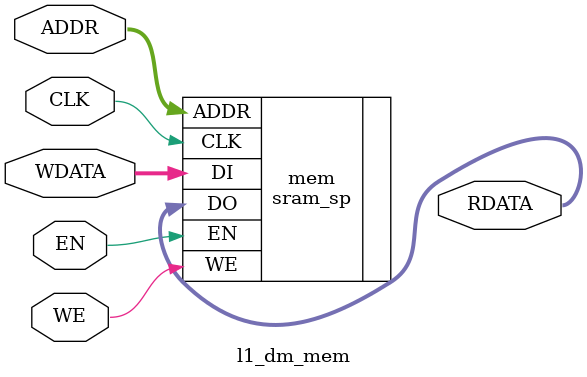
<source format=sv>
`ifndef INC_L1_DM_MEM
`define INC_L1_DM_MEM

module l1_dm_mem
#(
	parameter WIDTH = 32,
	parameter DEPTH = 1024
)
(
	input 											CLK,
	input                       EN,
	input 	[$clog2(DEPTH)-1:0] ADDR,
	input                       WE,
	input 	[WIDTH-1:0] 				WDATA,
	output 	[WIDTH-1:0] 				RDATA
);

	sram_sp
	#(
		.WIDTH  (WIDTH),
		.DEPTH 	(DEPTH)
	)
	mem
	(
		.WE 		(WE),
		.EN 		(EN),
		.CLK 		(CLK),
		.ADDR 	(ADDR),
		.DI 		(WDATA),
		.DO 		(RDATA)
	);

endmodule
`endif
</source>
